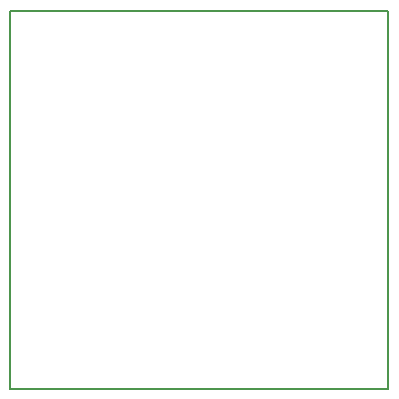
<source format=gbr>
G04 #@! TF.GenerationSoftware,KiCad,Pcbnew,(5.0.0-rc2-72-ge4a6f2e52)*
G04 #@! TF.CreationDate,2018-06-10T02:57:01+02:00*
G04 #@! TF.ProjectId,main,6D61696E2E6B696361645F7063620000,rev?*
G04 #@! TF.SameCoordinates,Original*
G04 #@! TF.FileFunction,Profile,NP*
%FSLAX46Y46*%
G04 Gerber Fmt 4.6, Leading zero omitted, Abs format (unit mm)*
G04 Created by KiCad (PCBNEW (5.0.0-rc2-72-ge4a6f2e52)) date Sun Jun 10 02:57:01 2018*
%MOMM*%
%LPD*%
G01*
G04 APERTURE LIST*
%ADD10C,0.150000*%
G04 APERTURE END LIST*
D10*
X90000000Y-102000000D02*
X90000000Y-102000000D01*
X122000000Y-102000000D02*
X90000000Y-102000000D01*
X122000000Y-70000000D02*
X122000000Y-102000000D01*
X90000000Y-70000000D02*
X122000000Y-70000000D01*
X90000000Y-70000000D02*
X90000000Y-102000000D01*
M02*

</source>
